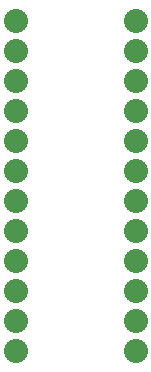
<source format=gbr>
G04 EAGLE Gerber RS-274X export*
G75*
%MOMM*%
%FSLAX34Y34*%
%LPD*%
%INSoldermask Bottom*%
%IPPOS*%
%AMOC8*
5,1,8,0,0,1.08239X$1,22.5*%
G01*
%ADD10C,2.032000*%


D10*
X12700Y304800D03*
X12700Y279400D03*
X12700Y254000D03*
X12700Y228600D03*
X12700Y203200D03*
X12700Y177800D03*
X12700Y152400D03*
X12700Y127000D03*
X12700Y101600D03*
X12700Y76200D03*
X12700Y50800D03*
X12700Y25400D03*
X114300Y304800D03*
X114300Y279400D03*
X114300Y254000D03*
X114300Y228600D03*
X114300Y203200D03*
X114300Y177800D03*
X114300Y152400D03*
X114300Y127000D03*
X114300Y101600D03*
X114300Y76200D03*
X114300Y50800D03*
X114300Y25400D03*
M02*

</source>
